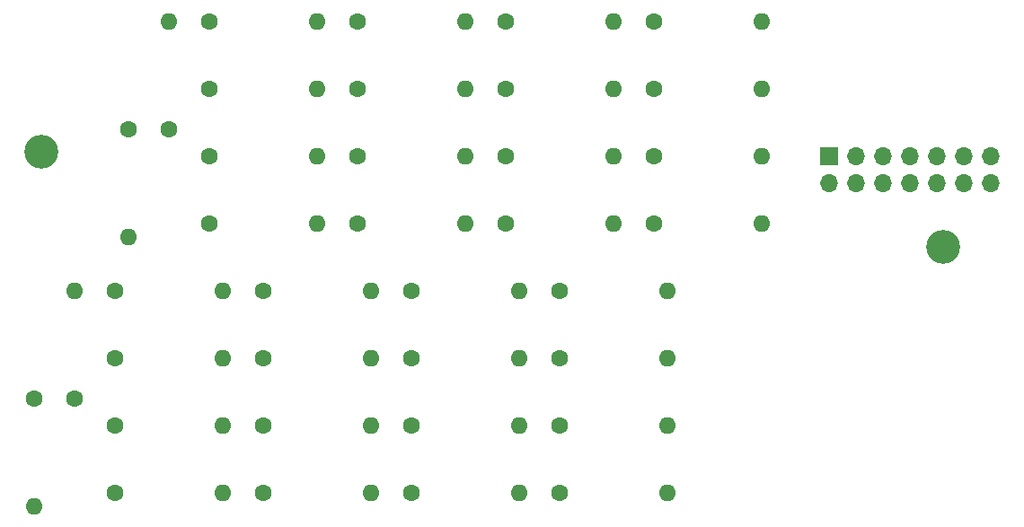
<source format=gbs>
G04 #@! TF.GenerationSoftware,KiCad,Pcbnew,7.0.1-3b83917a11~171~ubuntu22.04.1*
G04 #@! TF.CreationDate,2023-03-12T10:58:09-04:00*
G04 #@! TF.ProjectId,pmf_daughter,706d665f-6461-4756-9768-7465722e6b69,rev?*
G04 #@! TF.SameCoordinates,Original*
G04 #@! TF.FileFunction,Soldermask,Bot*
G04 #@! TF.FilePolarity,Negative*
%FSLAX46Y46*%
G04 Gerber Fmt 4.6, Leading zero omitted, Abs format (unit mm)*
G04 Created by KiCad (PCBNEW 7.0.1-3b83917a11~171~ubuntu22.04.1) date 2023-03-12 10:58:09*
%MOMM*%
%LPD*%
G01*
G04 APERTURE LIST*
%ADD10R,1.700000X1.700000*%
%ADD11O,1.700000X1.700000*%
%ADD12C,3.200000*%
%ADD13C,1.600000*%
%ADD14O,1.600000X1.600000*%
G04 APERTURE END LIST*
D10*
G04 #@! TO.C,J1*
X129210000Y-31420000D03*
D11*
X129210000Y-33960000D03*
X131750000Y-31420000D03*
X131750000Y-33960000D03*
X134290000Y-31420000D03*
X134290000Y-33960000D03*
X136830000Y-31420000D03*
X136830000Y-33960000D03*
X139370000Y-31420000D03*
X139370000Y-33960000D03*
X141910000Y-31420000D03*
X141910000Y-33960000D03*
X144450000Y-31420000D03*
X144450000Y-33960000D03*
G04 #@! TD*
D12*
G04 #@! TO.C,H2*
X140000000Y-40000000D03*
G04 #@! TD*
G04 #@! TO.C,H1*
X55000000Y-31000000D03*
G04 #@! TD*
D13*
G04 #@! TO.C,R27*
X70790000Y-25070000D03*
D14*
X80950000Y-25070000D03*
G04 #@! TD*
D13*
G04 #@! TO.C,R24*
X89840000Y-50470000D03*
D14*
X100000000Y-50470000D03*
G04 #@! TD*
D13*
G04 #@! TO.C,R8*
X89840000Y-44120000D03*
D14*
X100000000Y-44120000D03*
G04 #@! TD*
D13*
G04 #@! TO.C,R31*
X75870000Y-50470000D03*
D14*
X86030000Y-50470000D03*
G04 #@! TD*
D13*
G04 #@! TO.C,R13*
X75870000Y-56820000D03*
D14*
X86030000Y-56820000D03*
G04 #@! TD*
D13*
G04 #@! TO.C,R22*
X89840000Y-63170000D03*
D14*
X100000000Y-63170000D03*
G04 #@! TD*
D13*
G04 #@! TO.C,R3*
X63170000Y-28880000D03*
D14*
X63170000Y-39040000D03*
G04 #@! TD*
D13*
G04 #@! TO.C,R4*
X66980000Y-28880000D03*
D14*
X66980000Y-18720000D03*
G04 #@! TD*
D13*
G04 #@! TO.C,R20*
X112700000Y-18720000D03*
D14*
X122860000Y-18720000D03*
G04 #@! TD*
D13*
G04 #@! TO.C,R29*
X75870000Y-63170000D03*
D14*
X86030000Y-63170000D03*
G04 #@! TD*
D13*
G04 #@! TO.C,R33*
X84760000Y-37770000D03*
D14*
X94920000Y-37770000D03*
G04 #@! TD*
D13*
G04 #@! TO.C,R19*
X84760000Y-18720000D03*
D14*
X94920000Y-18720000D03*
G04 #@! TD*
D13*
G04 #@! TO.C,R11*
X70790000Y-18720000D03*
D14*
X80950000Y-18720000D03*
G04 #@! TD*
D13*
G04 #@! TO.C,R18*
X112700000Y-31420000D03*
D14*
X122860000Y-31420000D03*
G04 #@! TD*
D13*
G04 #@! TO.C,R15*
X75870000Y-44120000D03*
D14*
X86030000Y-44120000D03*
G04 #@! TD*
D13*
G04 #@! TO.C,R10*
X98730000Y-31420000D03*
D14*
X108890000Y-31420000D03*
G04 #@! TD*
D13*
G04 #@! TO.C,R12*
X98730000Y-18720000D03*
D14*
X108890000Y-18720000D03*
G04 #@! TD*
D13*
G04 #@! TO.C,R1*
X54280000Y-54280000D03*
D14*
X54280000Y-64440000D03*
G04 #@! TD*
D13*
G04 #@! TO.C,R14*
X103810000Y-56820000D03*
D14*
X113970000Y-56820000D03*
G04 #@! TD*
D13*
G04 #@! TO.C,R7*
X61900000Y-44120000D03*
D14*
X72060000Y-44120000D03*
G04 #@! TD*
D13*
G04 #@! TO.C,R17*
X84760000Y-31420000D03*
D14*
X94920000Y-31420000D03*
G04 #@! TD*
D13*
G04 #@! TO.C,R30*
X103810000Y-63170000D03*
D14*
X113970000Y-63170000D03*
G04 #@! TD*
D13*
G04 #@! TO.C,R5*
X61900000Y-56820000D03*
D14*
X72060000Y-56820000D03*
G04 #@! TD*
D13*
G04 #@! TO.C,R34*
X112700000Y-37770000D03*
D14*
X122860000Y-37770000D03*
G04 #@! TD*
D13*
G04 #@! TO.C,R2*
X58090000Y-54280000D03*
D14*
X58090000Y-44120000D03*
G04 #@! TD*
D13*
G04 #@! TO.C,R26*
X98730000Y-37770000D03*
D14*
X108890000Y-37770000D03*
G04 #@! TD*
D13*
G04 #@! TO.C,R9*
X70790000Y-31420000D03*
D14*
X80950000Y-31420000D03*
G04 #@! TD*
D13*
G04 #@! TO.C,R6*
X89840000Y-56820000D03*
D14*
X100000000Y-56820000D03*
G04 #@! TD*
D13*
G04 #@! TO.C,R25*
X70790000Y-37770000D03*
D14*
X80950000Y-37770000D03*
G04 #@! TD*
D13*
G04 #@! TO.C,R21*
X61900000Y-63170000D03*
D14*
X72060000Y-63170000D03*
G04 #@! TD*
D13*
G04 #@! TO.C,R28*
X98730000Y-25070000D03*
D14*
X108890000Y-25070000D03*
G04 #@! TD*
D13*
G04 #@! TO.C,R23*
X61900000Y-50470000D03*
D14*
X72060000Y-50470000D03*
G04 #@! TD*
D13*
G04 #@! TO.C,R16*
X103810000Y-44120000D03*
D14*
X113970000Y-44120000D03*
G04 #@! TD*
D13*
G04 #@! TO.C,R36*
X112700000Y-25070000D03*
D14*
X122860000Y-25070000D03*
G04 #@! TD*
D13*
G04 #@! TO.C,R32*
X103810000Y-50470000D03*
D14*
X113970000Y-50470000D03*
G04 #@! TD*
D13*
G04 #@! TO.C,R35*
X84760000Y-25070000D03*
D14*
X94920000Y-25070000D03*
G04 #@! TD*
M02*

</source>
